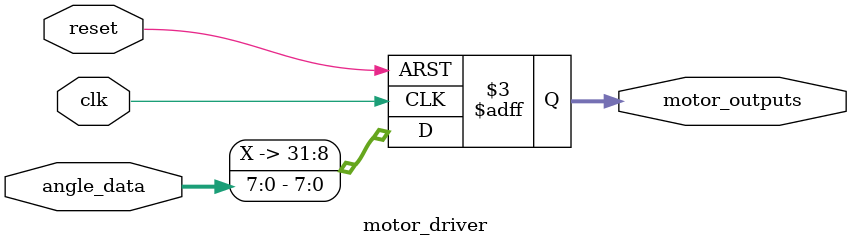
<source format=v>
module motor_driver(
    input [7:0] angle_data,   // Angle data from LUT
    input clk,                 // Clock signal
    input reset,               // Reset signal
    output reg [31:0] motor_outputs // 32 motor outputs
);
    integer i;

    always @(posedge clk or posedge reset) begin
        if (reset) begin
            motor_outputs <= 32'b0; // Reset all motor outputs
        end else begin
            // Update motor outputs based on angle data (simplified)
            for (i = 0; i < 32; i = i + 1) begin
                motor_outputs[i] <= angle_data[i]; // Assign motor angle data
            end
        end
    end
endmodule

</source>
